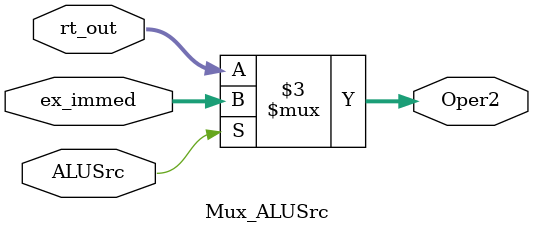
<source format=v>
`timescale 1ns / 1ps
module Mux_ALUSrc(ALUSrc,rt_out,ex_immed,Oper2);
input ALUSrc;
input [31:0] rt_out,ex_immed;
output reg[31:0] Oper2;
always@(*)
	begin
		if(ALUSrc)
			Oper2<=ex_immed;
		else
			Oper2<=rt_out;
	end
endmodule

</source>
